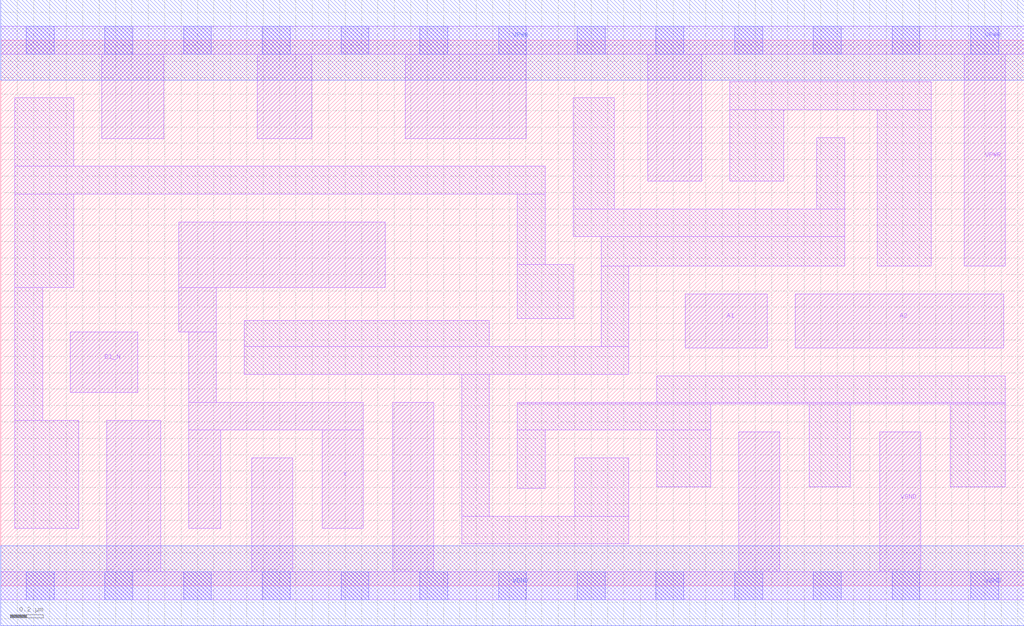
<source format=lef>
# Copyright 2020 The SkyWater PDK Authors
#
# Licensed under the Apache License, Version 2.0 (the "License");
# you may not use this file except in compliance with the License.
# You may obtain a copy of the License at
#
#     https://www.apache.org/licenses/LICENSE-2.0
#
# Unless required by applicable law or agreed to in writing, software
# distributed under the License is distributed on an "AS IS" BASIS,
# WITHOUT WARRANTIES OR CONDITIONS OF ANY KIND, either express or implied.
# See the License for the specific language governing permissions and
# limitations under the License.
#
# SPDX-License-Identifier: Apache-2.0

VERSION 5.7 ;
  NAMESCASESENSITIVE ON ;
  NOWIREEXTENSIONATPIN ON ;
  DIVIDERCHAR "/" ;
  BUSBITCHARS "[]" ;
UNITS
  DATABASE MICRONS 200 ;
END UNITS
MACRO sky130_fd_sc_hs__o21ba_4
  CLASS CORE ;
  SOURCE USER ;
  FOREIGN sky130_fd_sc_hs__o21ba_4 ;
  ORIGIN  0.000000  0.000000 ;
  SIZE  6.240000 BY  3.330000 ;
  SYMMETRY X Y ;
  SITE unit ;
  PIN A1
    ANTENNAGATEAREA  0.492000 ;
    DIRECTION INPUT ;
    USE SIGNAL ;
    PORT
      LAYER li1 ;
        RECT 4.175000 1.450000 4.675000 1.780000 ;
    END
  END A1
  PIN A2
    ANTENNAGATEAREA  0.492000 ;
    DIRECTION INPUT ;
    USE SIGNAL ;
    PORT
      LAYER li1 ;
        RECT 4.845000 1.450000 6.115000 1.780000 ;
    END
  END A2
  PIN B1_N
    ANTENNAGATEAREA  0.279000 ;
    DIRECTION INPUT ;
    USE SIGNAL ;
    PORT
      LAYER li1 ;
        RECT 0.425000 1.180000 0.835000 1.550000 ;
    END
  END B1_N
  PIN X
    ANTENNADIFFAREA  1.093800 ;
    DIRECTION OUTPUT ;
    USE SIGNAL ;
    PORT
      LAYER li1 ;
        RECT 1.085000 1.550000 1.315000 1.820000 ;
        RECT 1.085000 1.820000 2.345000 2.220000 ;
        RECT 1.145000 0.350000 1.340000 0.950000 ;
        RECT 1.145000 0.950000 2.210000 1.120000 ;
        RECT 1.145000 1.120000 1.315000 1.550000 ;
        RECT 1.960000 0.350000 2.210000 0.950000 ;
    END
  END X
  PIN VGND
    DIRECTION INOUT ;
    USE GROUND ;
    PORT
      LAYER li1 ;
        RECT 0.000000 -0.085000 6.240000 0.085000 ;
        RECT 0.645000  0.085000 0.975000 1.010000 ;
        RECT 1.530000  0.085000 1.780000 0.780000 ;
        RECT 2.390000  0.085000 2.640000 1.120000 ;
        RECT 4.500000  0.085000 4.750000 0.940000 ;
        RECT 5.360000  0.085000 5.610000 0.940000 ;
      LAYER mcon ;
        RECT 0.155000 -0.085000 0.325000 0.085000 ;
        RECT 0.635000 -0.085000 0.805000 0.085000 ;
        RECT 1.115000 -0.085000 1.285000 0.085000 ;
        RECT 1.595000 -0.085000 1.765000 0.085000 ;
        RECT 2.075000 -0.085000 2.245000 0.085000 ;
        RECT 2.555000 -0.085000 2.725000 0.085000 ;
        RECT 3.035000 -0.085000 3.205000 0.085000 ;
        RECT 3.515000 -0.085000 3.685000 0.085000 ;
        RECT 3.995000 -0.085000 4.165000 0.085000 ;
        RECT 4.475000 -0.085000 4.645000 0.085000 ;
        RECT 4.955000 -0.085000 5.125000 0.085000 ;
        RECT 5.435000 -0.085000 5.605000 0.085000 ;
        RECT 5.915000 -0.085000 6.085000 0.085000 ;
      LAYER met1 ;
        RECT 0.000000 -0.245000 6.240000 0.245000 ;
    END
  END VGND
  PIN VPWR
    DIRECTION INOUT ;
    USE POWER ;
    PORT
      LAYER li1 ;
        RECT 0.000000 3.245000 6.240000 3.415000 ;
        RECT 0.615000 2.730000 0.995000 3.245000 ;
        RECT 1.565000 2.730000 1.895000 3.245000 ;
        RECT 2.465000 2.730000 3.205000 3.245000 ;
        RECT 3.945000 2.470000 4.275000 3.245000 ;
        RECT 5.875000 1.950000 6.125000 3.245000 ;
      LAYER mcon ;
        RECT 0.155000 3.245000 0.325000 3.415000 ;
        RECT 0.635000 3.245000 0.805000 3.415000 ;
        RECT 1.115000 3.245000 1.285000 3.415000 ;
        RECT 1.595000 3.245000 1.765000 3.415000 ;
        RECT 2.075000 3.245000 2.245000 3.415000 ;
        RECT 2.555000 3.245000 2.725000 3.415000 ;
        RECT 3.035000 3.245000 3.205000 3.415000 ;
        RECT 3.515000 3.245000 3.685000 3.415000 ;
        RECT 3.995000 3.245000 4.165000 3.415000 ;
        RECT 4.475000 3.245000 4.645000 3.415000 ;
        RECT 4.955000 3.245000 5.125000 3.415000 ;
        RECT 5.435000 3.245000 5.605000 3.415000 ;
        RECT 5.915000 3.245000 6.085000 3.415000 ;
      LAYER met1 ;
        RECT 0.000000 3.085000 6.240000 3.575000 ;
    END
  END VPWR
  OBS
    LAYER li1 ;
      RECT 0.085000 0.350000 0.475000 1.010000 ;
      RECT 0.085000 1.010000 0.255000 1.820000 ;
      RECT 0.085000 1.820000 0.445000 2.390000 ;
      RECT 0.085000 2.390000 3.320000 2.560000 ;
      RECT 0.085000 2.560000 0.445000 2.980000 ;
      RECT 1.485000 1.290000 3.830000 1.460000 ;
      RECT 1.485000 1.460000 2.980000 1.620000 ;
      RECT 2.810000 0.255000 3.830000 0.425000 ;
      RECT 2.810000 0.425000 2.980000 1.290000 ;
      RECT 3.150000 0.595000 3.320000 0.950000 ;
      RECT 3.150000 0.950000 4.330000 1.110000 ;
      RECT 3.150000 1.110000 6.125000 1.120000 ;
      RECT 3.150000 1.630000 3.490000 1.960000 ;
      RECT 3.150000 1.960000 3.320000 2.390000 ;
      RECT 3.490000 2.130000 5.145000 2.300000 ;
      RECT 3.490000 2.300000 3.740000 2.980000 ;
      RECT 3.500000 0.425000 3.830000 0.780000 ;
      RECT 3.660000 1.460000 3.830000 1.950000 ;
      RECT 3.660000 1.950000 5.145000 2.130000 ;
      RECT 4.000000 0.605000 4.330000 0.950000 ;
      RECT 4.000000 1.120000 6.125000 1.280000 ;
      RECT 4.445000 2.470000 4.775000 2.905000 ;
      RECT 4.445000 2.905000 5.675000 3.075000 ;
      RECT 4.930000 0.605000 5.180000 1.110000 ;
      RECT 4.975000 2.300000 5.145000 2.735000 ;
      RECT 5.345000 1.950000 5.675000 2.905000 ;
      RECT 5.790000 0.605000 6.125000 1.110000 ;
  END
END sky130_fd_sc_hs__o21ba_4

</source>
